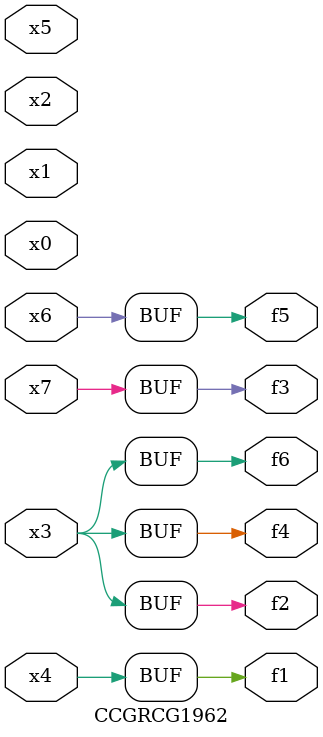
<source format=v>
module CCGRCG1962(
	input x0, x1, x2, x3, x4, x5, x6, x7,
	output f1, f2, f3, f4, f5, f6
);
	assign f1 = x4;
	assign f2 = x3;
	assign f3 = x7;
	assign f4 = x3;
	assign f5 = x6;
	assign f6 = x3;
endmodule

</source>
